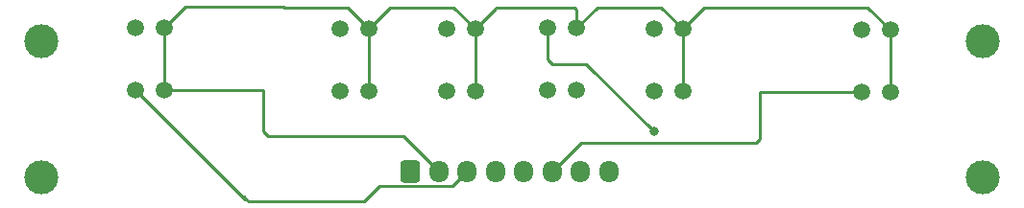
<source format=gbr>
%TF.GenerationSoftware,KiCad,Pcbnew,7.0.5*%
%TF.CreationDate,2023-07-20T19:52:18-07:00*%
%TF.ProjectId,tape sensor smd,74617065-2073-4656-9e73-6f7220736d64,rev?*%
%TF.SameCoordinates,Original*%
%TF.FileFunction,Copper,L2,Bot*%
%TF.FilePolarity,Positive*%
%FSLAX46Y46*%
G04 Gerber Fmt 4.6, Leading zero omitted, Abs format (unit mm)*
G04 Created by KiCad (PCBNEW 7.0.5) date 2023-07-20 19:52:18*
%MOMM*%
%LPD*%
G01*
G04 APERTURE LIST*
G04 Aperture macros list*
%AMRoundRect*
0 Rectangle with rounded corners*
0 $1 Rounding radius*
0 $2 $3 $4 $5 $6 $7 $8 $9 X,Y pos of 4 corners*
0 Add a 4 corners polygon primitive as box body*
4,1,4,$2,$3,$4,$5,$6,$7,$8,$9,$2,$3,0*
0 Add four circle primitives for the rounded corners*
1,1,$1+$1,$2,$3*
1,1,$1+$1,$4,$5*
1,1,$1+$1,$6,$7*
1,1,$1+$1,$8,$9*
0 Add four rect primitives between the rounded corners*
20,1,$1+$1,$2,$3,$4,$5,0*
20,1,$1+$1,$4,$5,$6,$7,0*
20,1,$1+$1,$6,$7,$8,$9,0*
20,1,$1+$1,$8,$9,$2,$3,0*%
G04 Aperture macros list end*
%TA.AperFunction,ComponentPad*%
%ADD10C,1.500000*%
%TD*%
%TA.AperFunction,ComponentPad*%
%ADD11RoundRect,0.250000X-0.600000X-0.725000X0.600000X-0.725000X0.600000X0.725000X-0.600000X0.725000X0*%
%TD*%
%TA.AperFunction,ComponentPad*%
%ADD12O,1.700000X1.950000*%
%TD*%
%TA.AperFunction,ViaPad*%
%ADD13C,3.000000*%
%TD*%
%TA.AperFunction,ViaPad*%
%ADD14C,0.800000*%
%TD*%
%TA.AperFunction,Conductor*%
%ADD15C,0.250000*%
%TD*%
G04 APERTURE END LIST*
D10*
%TO.P,U5,A*%
%TO.N,Net-(R5-Pad1)*%
X168340000Y-99870000D03*
%TO.P,U5,CATH*%
%TO.N,GND*%
X170880000Y-99870000D03*
%TO.P,U5,COLL*%
%TO.N,BP5*%
X168340000Y-105370000D03*
%TO.P,U5,E*%
%TO.N,GND*%
X170880000Y-105370000D03*
%TD*%
%TO.P,U2,A*%
%TO.N,Net-(R2-Pad1)*%
X177700000Y-99920000D03*
%TO.P,U2,CATH*%
%TO.N,GND*%
X180240000Y-99920000D03*
%TO.P,U2,COLL*%
%TO.N,BP2*%
X177700000Y-105420000D03*
%TO.P,U2,E*%
%TO.N,GND*%
X180240000Y-105420000D03*
%TD*%
%TO.P,U4,A*%
%TO.N,Net-(R4-Pad1)*%
X214290000Y-100020000D03*
%TO.P,U4,CATH*%
%TO.N,GND*%
X216830000Y-100020000D03*
%TO.P,U4,COLL*%
%TO.N,BP4*%
X214290000Y-105520000D03*
%TO.P,U4,E*%
%TO.N,GND*%
X216830000Y-105520000D03*
%TD*%
%TO.P,U1,A*%
%TO.N,Net-(R1-Pad1)*%
X150270000Y-99780000D03*
%TO.P,U1,CATH*%
%TO.N,GND*%
X152810000Y-99780000D03*
%TO.P,U1,COLL*%
%TO.N,BP1*%
X150270000Y-105280000D03*
%TO.P,U1,E*%
%TO.N,GND*%
X152810000Y-105280000D03*
%TD*%
%TO.P,U6,A*%
%TO.N,Net-(R6-Pad1)*%
X195980000Y-99920000D03*
%TO.P,U6,CATH*%
%TO.N,GND*%
X198520000Y-99920000D03*
%TO.P,U6,COLL*%
%TO.N,BP6*%
X195980000Y-105420000D03*
%TO.P,U6,E*%
%TO.N,GND*%
X198520000Y-105420000D03*
%TD*%
D11*
%TO.P,J1,1,Pin_1*%
%TO.N,+5V*%
X174520000Y-112520000D03*
D12*
%TO.P,J1,2,Pin_2*%
%TO.N,GND*%
X177020000Y-112520000D03*
%TO.P,J1,3,Pin_3*%
%TO.N,BP1*%
X179520000Y-112520000D03*
%TO.P,J1,4,Pin_4*%
%TO.N,BP2*%
X182020000Y-112520000D03*
%TO.P,J1,5,Pin_5*%
%TO.N,BP3*%
X184520000Y-112520000D03*
%TO.P,J1,6,Pin_6*%
%TO.N,BP4*%
X187020000Y-112520000D03*
%TO.P,J1,7,Pin_7*%
%TO.N,BP5*%
X189520000Y-112520000D03*
%TO.P,J1,8,Pin_8*%
%TO.N,BP6*%
X192020000Y-112520000D03*
%TD*%
D10*
%TO.P,U3,A*%
%TO.N,Net-(R3-Pad1)*%
X186630000Y-99850000D03*
%TO.P,U3,CATH*%
%TO.N,GND*%
X189170000Y-99850000D03*
%TO.P,U3,COLL*%
%TO.N,BP3*%
X186630000Y-105350000D03*
%TO.P,U3,E*%
%TO.N,GND*%
X189170000Y-105350000D03*
%TD*%
D13*
%TO.N,*%
X225000000Y-113000000D03*
X225000000Y-101000000D03*
X142000000Y-113000000D03*
X142000000Y-101000000D03*
D14*
%TO.N,Net-(R3-Pad1)*%
X196000000Y-109000000D03*
%TD*%
D15*
%TO.N,GND*%
X163330000Y-97930000D02*
X163400000Y-98000000D01*
X154660000Y-97930000D02*
X163330000Y-97930000D01*
%TO.N,BP1*%
X160045000Y-114955000D02*
X159945000Y-114955000D01*
X160045000Y-114955000D02*
X159840000Y-114750000D01*
X160260000Y-115170000D02*
X160045000Y-114955000D01*
X159945000Y-114955000D02*
X150270000Y-105280000D01*
%TO.N,GND*%
X161480000Y-105280000D02*
X152810000Y-105280000D01*
X161550000Y-105350000D02*
X161480000Y-105280000D01*
%TO.N,BP4*%
X205380000Y-105520000D02*
X214290000Y-105520000D01*
X205330000Y-105470000D02*
X205380000Y-105520000D01*
%TO.N,GND*%
X214810000Y-98000000D02*
X216830000Y-100020000D01*
X200440000Y-98000000D02*
X214810000Y-98000000D01*
X198520000Y-99920000D02*
X200440000Y-98000000D01*
X173900000Y-109400000D02*
X161960000Y-109400000D01*
X170880000Y-99870000D02*
X172750000Y-98000000D01*
X216830000Y-100020000D02*
X216830000Y-105520000D01*
X191020000Y-98000000D02*
X196600000Y-98000000D01*
X170880000Y-99870000D02*
X170880000Y-105370000D01*
X161960000Y-109400000D02*
X161550000Y-108990000D01*
X189170000Y-99850000D02*
X191020000Y-98000000D01*
X196600000Y-98000000D02*
X198520000Y-99920000D01*
X163400000Y-98000000D02*
X169010000Y-98000000D01*
X182000000Y-98000000D02*
X189000000Y-98000000D01*
X152810000Y-99780000D02*
X154660000Y-97930000D01*
X152810000Y-105280000D02*
X152810000Y-99780000D01*
X198520000Y-99920000D02*
X198520000Y-105420000D01*
X161550000Y-108990000D02*
X161550000Y-105350000D01*
X169010000Y-98000000D02*
X170880000Y-99870000D01*
X182000000Y-98160000D02*
X182000000Y-98000000D01*
X180240000Y-99920000D02*
X180240000Y-105420000D01*
X176790000Y-112750000D02*
X176630000Y-112750000D01*
X189170000Y-98170000D02*
X189170000Y-99850000D01*
X178320000Y-98000000D02*
X180240000Y-99920000D01*
X180240000Y-99920000D02*
X182000000Y-98160000D01*
X172750000Y-98000000D02*
X178320000Y-98000000D01*
X189000000Y-98000000D02*
X189170000Y-98170000D01*
X177020000Y-112520000D02*
X173900000Y-109400000D01*
%TO.N,BP1*%
X170480000Y-115170000D02*
X160260000Y-115170000D01*
X178220000Y-113820000D02*
X171830000Y-113820000D01*
X179520000Y-112520000D02*
X178220000Y-113820000D01*
X171830000Y-113820000D02*
X170480000Y-115170000D01*
%TO.N,BP4*%
X187020000Y-112520000D02*
X189540000Y-110000000D01*
X205330000Y-109670000D02*
X205330000Y-105470000D01*
X205000000Y-110000000D02*
X205330000Y-109670000D01*
X189540000Y-110000000D02*
X205000000Y-110000000D01*
%TO.N,Net-(R3-Pad1)*%
X187000000Y-103000000D02*
X186630000Y-102630000D01*
X196000000Y-109000000D02*
X190000000Y-103000000D01*
X186630000Y-102630000D02*
X186630000Y-99850000D01*
X190000000Y-103000000D02*
X187000000Y-103000000D01*
%TD*%
M02*

</source>
